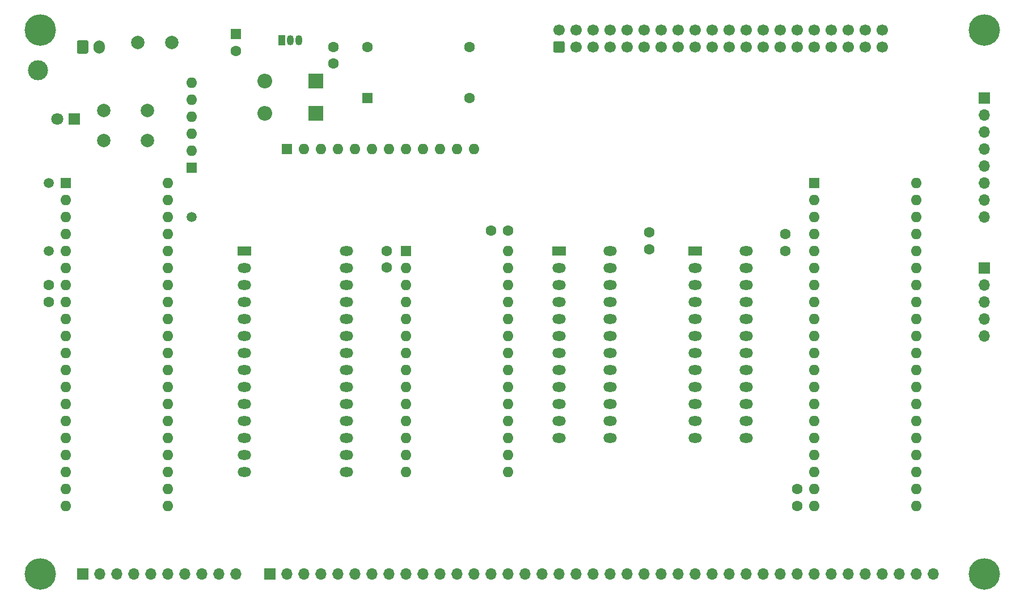
<source format=gts>
G04 #@! TF.GenerationSoftware,KiCad,Pcbnew,(5.1.10-1-10_14)*
G04 #@! TF.CreationDate,2021-11-19T10:15:32+01:00*
G04 #@! TF.ProjectId,mainboard_v3,6d61696e-626f-4617-9264-5f76332e6b69,rev?*
G04 #@! TF.SameCoordinates,Original*
G04 #@! TF.FileFunction,Soldermask,Top*
G04 #@! TF.FilePolarity,Negative*
%FSLAX46Y46*%
G04 Gerber Fmt 4.6, Leading zero omitted, Abs format (unit mm)*
G04 Created by KiCad (PCBNEW (5.1.10-1-10_14)) date 2021-11-19 10:15:32*
%MOMM*%
%LPD*%
G01*
G04 APERTURE LIST*
%ADD10O,2.200000X2.200000*%
%ADD11R,2.200000X2.200000*%
%ADD12O,1.700000X1.700000*%
%ADD13R,1.700000X1.700000*%
%ADD14O,1.600000X1.600000*%
%ADD15R,1.600000X1.600000*%
%ADD16O,2.000000X1.440000*%
%ADD17R,2.000000X1.440000*%
%ADD18C,1.500000*%
%ADD19C,1.600000*%
%ADD20C,1.800000*%
%ADD21R,1.800000X1.800000*%
%ADD22O,1.700000X2.000000*%
%ADD23C,2.000000*%
%ADD24C,1.700000*%
%ADD25R,1.050000X1.500000*%
%ADD26O,1.050000X1.500000*%
%ADD27C,3.000000*%
%ADD28C,4.700000*%
G04 APERTURE END LIST*
D10*
X75438000Y-73660000D03*
D11*
X83058000Y-73660000D03*
D10*
X75438000Y-78486000D03*
D11*
X83058000Y-78486000D03*
D12*
X182880000Y-111760000D03*
X182880000Y-109220000D03*
X182880000Y-106680000D03*
X182880000Y-104140000D03*
D13*
X182880000Y-101600000D03*
D14*
X106680000Y-83820000D03*
X104140000Y-83820000D03*
X101600000Y-83820000D03*
X99060000Y-83820000D03*
X96520000Y-83820000D03*
X93980000Y-83820000D03*
X91440000Y-83820000D03*
X88900000Y-83820000D03*
X86360000Y-83820000D03*
X83820000Y-83820000D03*
X81280000Y-83820000D03*
D15*
X78740000Y-83820000D03*
D14*
X64516000Y-73914000D03*
X64516000Y-76454000D03*
X64516000Y-78994000D03*
X64516000Y-81534000D03*
X64516000Y-84074000D03*
D15*
X64516000Y-86614000D03*
D16*
X127000000Y-127000000D03*
X119380000Y-127000000D03*
X127000000Y-124460000D03*
X119380000Y-124460000D03*
X127000000Y-121920000D03*
X119380000Y-121920000D03*
X127000000Y-119380000D03*
X119380000Y-119380000D03*
X127000000Y-116840000D03*
X119380000Y-116840000D03*
X127000000Y-114300000D03*
X119380000Y-114300000D03*
X127000000Y-111760000D03*
X119380000Y-111760000D03*
X127000000Y-109220000D03*
X119380000Y-109220000D03*
X127000000Y-106680000D03*
X119380000Y-106680000D03*
X127000000Y-104140000D03*
X119380000Y-104140000D03*
X127000000Y-101600000D03*
X119380000Y-101600000D03*
X127000000Y-99060000D03*
D17*
X119380000Y-99060000D03*
D18*
X64516000Y-93980000D03*
X43180000Y-88900000D03*
X43180000Y-99060000D03*
D14*
X111760000Y-99060000D03*
X96520000Y-132080000D03*
X111760000Y-101600000D03*
X96520000Y-129540000D03*
X111760000Y-104140000D03*
X96520000Y-127000000D03*
X111760000Y-106680000D03*
X96520000Y-124460000D03*
X111760000Y-109220000D03*
X96520000Y-121920000D03*
X111760000Y-111760000D03*
X96520000Y-119380000D03*
X111760000Y-114300000D03*
X96520000Y-116840000D03*
X111760000Y-116840000D03*
X96520000Y-114300000D03*
X111760000Y-119380000D03*
X96520000Y-111760000D03*
X111760000Y-121920000D03*
X96520000Y-109220000D03*
X111760000Y-124460000D03*
X96520000Y-106680000D03*
X111760000Y-127000000D03*
X96520000Y-104140000D03*
X111760000Y-129540000D03*
X96520000Y-101600000D03*
X111760000Y-132080000D03*
D15*
X96520000Y-99060000D03*
D19*
X71120000Y-69175000D03*
D15*
X71120000Y-66675000D03*
D20*
X44450000Y-79375000D03*
D21*
X46990000Y-79375000D03*
D22*
X50760000Y-68580000D03*
G36*
G01*
X47410000Y-69330000D02*
X47410000Y-67830000D01*
G75*
G02*
X47660000Y-67580000I250000J0D01*
G01*
X48860000Y-67580000D01*
G75*
G02*
X49110000Y-67830000I0J-250000D01*
G01*
X49110000Y-69330000D01*
G75*
G02*
X48860000Y-69580000I-250000J0D01*
G01*
X47660000Y-69580000D01*
G75*
G02*
X47410000Y-69330000I0J250000D01*
G01*
G37*
D23*
X56515000Y-67945000D03*
X61595000Y-67945000D03*
D24*
X167640000Y-66040000D03*
X165100000Y-66040000D03*
X162560000Y-66040000D03*
X160020000Y-66040000D03*
X157480000Y-66040000D03*
X154940000Y-66040000D03*
X152400000Y-66040000D03*
X149860000Y-66040000D03*
X147320000Y-66040000D03*
X144780000Y-66040000D03*
X142240000Y-66040000D03*
X139700000Y-66040000D03*
X137160000Y-66040000D03*
X134620000Y-66040000D03*
X132080000Y-66040000D03*
X129540000Y-66040000D03*
X127000000Y-66040000D03*
X124460000Y-66040000D03*
X121920000Y-66040000D03*
X119380000Y-66040000D03*
X167640000Y-68580000D03*
X165100000Y-68580000D03*
X162560000Y-68580000D03*
X160020000Y-68580000D03*
X157480000Y-68580000D03*
X154940000Y-68580000D03*
X152400000Y-68580000D03*
X149860000Y-68580000D03*
X147320000Y-68580000D03*
X144780000Y-68580000D03*
X142240000Y-68580000D03*
X139700000Y-68580000D03*
X137160000Y-68580000D03*
X134620000Y-68580000D03*
X132080000Y-68580000D03*
X129540000Y-68580000D03*
X127000000Y-68580000D03*
X124460000Y-68580000D03*
X121920000Y-68580000D03*
G36*
G01*
X119980000Y-69430000D02*
X118780000Y-69430000D01*
G75*
G02*
X118530000Y-69180000I0J250000D01*
G01*
X118530000Y-67980000D01*
G75*
G02*
X118780000Y-67730000I250000J0D01*
G01*
X119980000Y-67730000D01*
G75*
G02*
X120230000Y-67980000I0J-250000D01*
G01*
X120230000Y-69180000D01*
G75*
G02*
X119980000Y-69430000I-250000J0D01*
G01*
G37*
D14*
X60960000Y-88900000D03*
X45720000Y-137160000D03*
X60960000Y-91440000D03*
X45720000Y-134620000D03*
X60960000Y-93980000D03*
X45720000Y-132080000D03*
X60960000Y-96520000D03*
X45720000Y-129540000D03*
X60960000Y-99060000D03*
X45720000Y-127000000D03*
X60960000Y-101600000D03*
X45720000Y-124460000D03*
X60960000Y-104140000D03*
X45720000Y-121920000D03*
X60960000Y-106680000D03*
X45720000Y-119380000D03*
X60960000Y-109220000D03*
X45720000Y-116840000D03*
X60960000Y-111760000D03*
X45720000Y-114300000D03*
X60960000Y-114300000D03*
X45720000Y-111760000D03*
X60960000Y-116840000D03*
X45720000Y-109220000D03*
X60960000Y-119380000D03*
X45720000Y-106680000D03*
X60960000Y-121920000D03*
X45720000Y-104140000D03*
X60960000Y-124460000D03*
X45720000Y-101600000D03*
X60960000Y-127000000D03*
X45720000Y-99060000D03*
X60960000Y-129540000D03*
X45720000Y-96520000D03*
X60960000Y-132080000D03*
X45720000Y-93980000D03*
X60960000Y-134620000D03*
X45720000Y-91440000D03*
X60960000Y-137160000D03*
D15*
X45720000Y-88900000D03*
D23*
X57935000Y-78105000D03*
X57935000Y-82605000D03*
X51435000Y-78105000D03*
X51435000Y-82605000D03*
D16*
X87630000Y-132080000D03*
X72390000Y-132080000D03*
X87630000Y-129540000D03*
X72390000Y-129540000D03*
X87630000Y-127000000D03*
X72390000Y-127000000D03*
X87630000Y-124460000D03*
X72390000Y-124460000D03*
X87630000Y-121920000D03*
X72390000Y-121920000D03*
X87630000Y-119380000D03*
X72390000Y-119380000D03*
X87630000Y-116840000D03*
X72390000Y-116840000D03*
X87630000Y-114300000D03*
X72390000Y-114300000D03*
X87630000Y-111760000D03*
X72390000Y-111760000D03*
X87630000Y-109220000D03*
X72390000Y-109220000D03*
X87630000Y-106680000D03*
X72390000Y-106680000D03*
X87630000Y-104140000D03*
X72390000Y-104140000D03*
X87630000Y-101600000D03*
X72390000Y-101600000D03*
X87630000Y-99060000D03*
D17*
X72390000Y-99060000D03*
D19*
X43180000Y-104180000D03*
X43180000Y-106680000D03*
X106045000Y-76200000D03*
X106045000Y-68580000D03*
X90805000Y-68580000D03*
D15*
X90805000Y-76200000D03*
D14*
X172720000Y-88900000D03*
X157480000Y-137160000D03*
X172720000Y-91440000D03*
X157480000Y-134620000D03*
X172720000Y-93980000D03*
X157480000Y-132080000D03*
X172720000Y-96520000D03*
X157480000Y-129540000D03*
X172720000Y-99060000D03*
X157480000Y-127000000D03*
X172720000Y-101600000D03*
X157480000Y-124460000D03*
X172720000Y-104140000D03*
X157480000Y-121920000D03*
X172720000Y-106680000D03*
X157480000Y-119380000D03*
X172720000Y-109220000D03*
X157480000Y-116840000D03*
X172720000Y-111760000D03*
X157480000Y-114300000D03*
X172720000Y-114300000D03*
X157480000Y-111760000D03*
X172720000Y-116840000D03*
X157480000Y-109220000D03*
X172720000Y-119380000D03*
X157480000Y-106680000D03*
X172720000Y-121920000D03*
X157480000Y-104140000D03*
X172720000Y-124460000D03*
X157480000Y-101600000D03*
X172720000Y-127000000D03*
X157480000Y-99060000D03*
X172720000Y-129540000D03*
X157480000Y-96520000D03*
X172720000Y-132080000D03*
X157480000Y-93980000D03*
X172720000Y-134620000D03*
X157480000Y-91440000D03*
X172720000Y-137160000D03*
D15*
X157480000Y-88900000D03*
D16*
X147320000Y-127000000D03*
X139700000Y-127000000D03*
X147320000Y-124460000D03*
X139700000Y-124460000D03*
X147320000Y-121920000D03*
X139700000Y-121920000D03*
X147320000Y-119380000D03*
X139700000Y-119380000D03*
X147320000Y-116840000D03*
X139700000Y-116840000D03*
X147320000Y-114300000D03*
X139700000Y-114300000D03*
X147320000Y-111760000D03*
X139700000Y-111760000D03*
X147320000Y-109220000D03*
X139700000Y-109220000D03*
X147320000Y-106680000D03*
X139700000Y-106680000D03*
X147320000Y-104140000D03*
X139700000Y-104140000D03*
X147320000Y-101600000D03*
X139700000Y-101600000D03*
X147320000Y-99060000D03*
D17*
X139700000Y-99060000D03*
D25*
X77978000Y-67564000D03*
D26*
X80518000Y-67564000D03*
X79248000Y-67564000D03*
D27*
X41579800Y-72059800D03*
D12*
X175260000Y-147320000D03*
X172720000Y-147320000D03*
X170180000Y-147320000D03*
X167640000Y-147320000D03*
X165100000Y-147320000D03*
X162560000Y-147320000D03*
X160020000Y-147320000D03*
X157480000Y-147320000D03*
X154940000Y-147320000D03*
X152400000Y-147320000D03*
X149860000Y-147320000D03*
X147320000Y-147320000D03*
X144780000Y-147320000D03*
X142240000Y-147320000D03*
X139700000Y-147320000D03*
X137160000Y-147320000D03*
X134620000Y-147320000D03*
X132080000Y-147320000D03*
X129540000Y-147320000D03*
X127000000Y-147320000D03*
X124460000Y-147320000D03*
X121920000Y-147320000D03*
X119380000Y-147320000D03*
X116840000Y-147320000D03*
X114300000Y-147320000D03*
X111760000Y-147320000D03*
X109220000Y-147320000D03*
X106680000Y-147320000D03*
X104140000Y-147320000D03*
X101600000Y-147320000D03*
X99060000Y-147320000D03*
X96520000Y-147320000D03*
X93980000Y-147320000D03*
X91440000Y-147320000D03*
X88900000Y-147320000D03*
X86360000Y-147320000D03*
X83820000Y-147320000D03*
X81280000Y-147320000D03*
X78740000Y-147320000D03*
D13*
X76200000Y-147320000D03*
D12*
X71120000Y-147320000D03*
X68580000Y-147320000D03*
X66040000Y-147320000D03*
X63500000Y-147320000D03*
X60960000Y-147320000D03*
X58420000Y-147320000D03*
X55880000Y-147320000D03*
X53340000Y-147320000D03*
X50800000Y-147320000D03*
D13*
X48260000Y-147320000D03*
D12*
X182880000Y-93980000D03*
X182880000Y-91440000D03*
X182880000Y-88900000D03*
X182880000Y-86360000D03*
X182880000Y-83820000D03*
X182880000Y-81280000D03*
X182880000Y-78740000D03*
D13*
X182880000Y-76200000D03*
D28*
X182880000Y-147320000D03*
X41910000Y-147320000D03*
X182880000Y-66040000D03*
X41910000Y-66040000D03*
D19*
X154940000Y-134660000D03*
X154940000Y-137160000D03*
X153162000Y-96560000D03*
X153162000Y-99060000D03*
X132842000Y-96306000D03*
X132842000Y-98806000D03*
X109260000Y-96012000D03*
X111760000Y-96012000D03*
X93649800Y-101560000D03*
X93649800Y-99060000D03*
X85725000Y-71080000D03*
X85725000Y-68580000D03*
M02*

</source>
